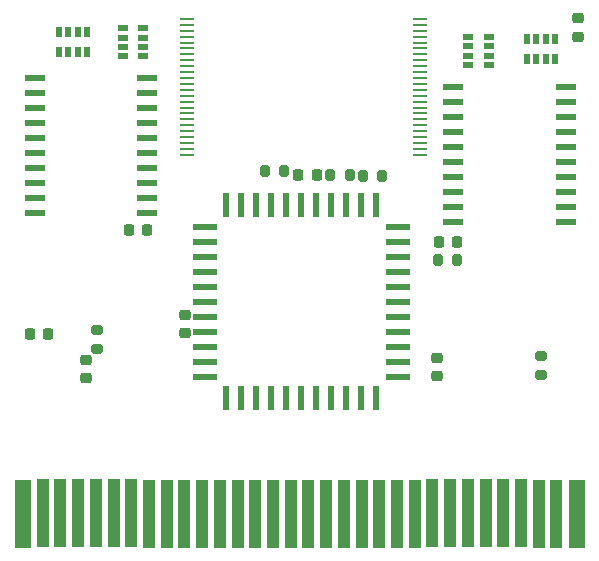
<source format=gbr>
%TF.GenerationSoftware,KiCad,Pcbnew,(6.0.2)*%
%TF.CreationDate,2022-08-24T14:22:50-05:00*%
%TF.ProjectId,CP RSF,43502052-5346-42e6-9b69-6361645f7063,rev?*%
%TF.SameCoordinates,Original*%
%TF.FileFunction,Paste,Top*%
%TF.FilePolarity,Positive*%
%FSLAX46Y46*%
G04 Gerber Fmt 4.6, Leading zero omitted, Abs format (unit mm)*
G04 Created by KiCad (PCBNEW (6.0.2)) date 2022-08-24 14:22:50*
%MOMM*%
%LPD*%
G01*
G04 APERTURE LIST*
G04 Aperture macros list*
%AMRoundRect*
0 Rectangle with rounded corners*
0 $1 Rounding radius*
0 $2 $3 $4 $5 $6 $7 $8 $9 X,Y pos of 4 corners*
0 Add a 4 corners polygon primitive as box body*
4,1,4,$2,$3,$4,$5,$6,$7,$8,$9,$2,$3,0*
0 Add four circle primitives for the rounded corners*
1,1,$1+$1,$2,$3*
1,1,$1+$1,$4,$5*
1,1,$1+$1,$6,$7*
1,1,$1+$1,$8,$9*
0 Add four rect primitives between the rounded corners*
20,1,$1+$1,$2,$3,$4,$5,0*
20,1,$1+$1,$4,$5,$6,$7,0*
20,1,$1+$1,$6,$7,$8,$9,0*
20,1,$1+$1,$8,$9,$2,$3,0*%
G04 Aperture macros list end*
%ADD10RoundRect,0.225000X-0.225000X-0.250000X0.225000X-0.250000X0.225000X0.250000X-0.225000X0.250000X0*%
%ADD11R,1.803400X0.533400*%
%ADD12R,0.939800X0.508000*%
%ADD13RoundRect,0.200000X0.200000X0.275000X-0.200000X0.275000X-0.200000X-0.275000X0.200000X-0.275000X0*%
%ADD14RoundRect,0.225000X-0.250000X0.225000X-0.250000X-0.225000X0.250000X-0.225000X0.250000X0.225000X0*%
%ADD15R,1.206500X0.279400*%
%ADD16RoundRect,0.225000X0.250000X-0.225000X0.250000X0.225000X-0.250000X0.225000X-0.250000X-0.225000X0*%
%ADD17R,0.584200X2.006600*%
%ADD18R,2.006600X0.584200*%
%ADD19RoundRect,0.225000X0.225000X0.250000X-0.225000X0.250000X-0.225000X-0.250000X0.225000X-0.250000X0*%
%ADD20RoundRect,0.200000X-0.275000X0.200000X-0.275000X-0.200000X0.275000X-0.200000X0.275000X0.200000X0*%
%ADD21R,0.508000X0.939800*%
%ADD22R,1.430000X5.760000*%
%ADD23R,1.030000X5.760000*%
G04 APERTURE END LIST*
D10*
%TO.C,C4*%
X140729000Y-94621000D03*
X142279000Y-94621000D03*
%TD*%
D11*
%TO.C,U2*%
X153823800Y-87158000D03*
X153823800Y-88428000D03*
X153823800Y-89698000D03*
X153823800Y-90968000D03*
X153823800Y-92238000D03*
X153823800Y-93508000D03*
X153823800Y-94778000D03*
X153823800Y-96048000D03*
X153823800Y-97318000D03*
X153823800Y-98588000D03*
X163374200Y-98588000D03*
X163374200Y-97318000D03*
X163374200Y-96048000D03*
X163374200Y-94778000D03*
X163374200Y-93508000D03*
X163374200Y-92238000D03*
X163374200Y-90968000D03*
X163374200Y-89698000D03*
X163374200Y-88428000D03*
X163374200Y-87158000D03*
%TD*%
D12*
%TO.C,RP1*%
X125842000Y-82216401D03*
X125842000Y-83016002D03*
X125842000Y-83816000D03*
X125842000Y-84603201D03*
X127569200Y-84603201D03*
X127569200Y-83816000D03*
X127569200Y-83016002D03*
X127569200Y-82216401D03*
%TD*%
D13*
%TO.C,R5*%
X145061000Y-94653000D03*
X143411000Y-94653000D03*
%TD*%
D14*
%TO.C,C6*%
X131098000Y-106511000D03*
X131098000Y-108061000D03*
%TD*%
D15*
%TO.C,U3*%
X131322150Y-81431001D03*
X131322150Y-81931000D03*
X131322150Y-82430999D03*
X131322150Y-82931001D03*
X131322150Y-83431000D03*
X131322150Y-83930999D03*
X131322150Y-84431000D03*
X131322150Y-84930999D03*
X131322150Y-85431001D03*
X131322150Y-85931000D03*
X131322150Y-86430999D03*
X131322150Y-86931000D03*
X131322150Y-87431000D03*
X131322150Y-87931001D03*
X131322150Y-88431000D03*
X131322150Y-88930999D03*
X131322150Y-89431001D03*
X131322150Y-89931000D03*
X131322150Y-90431001D03*
X131322150Y-90931000D03*
X131322150Y-91430999D03*
X131322150Y-91931001D03*
X131322150Y-92431000D03*
X131322150Y-92931001D03*
X151019850Y-92930999D03*
X151019850Y-92431000D03*
X151019850Y-91931001D03*
X151019850Y-91430999D03*
X151019850Y-90931000D03*
X151019850Y-90430999D03*
X151019850Y-89931000D03*
X151019850Y-89431001D03*
X151019850Y-88930999D03*
X151019850Y-88431000D03*
X151019850Y-87930998D03*
X151019850Y-87431000D03*
X151019850Y-86931000D03*
X151019850Y-86430999D03*
X151019850Y-85931000D03*
X151019850Y-85431001D03*
X151019850Y-84930999D03*
X151019850Y-84431000D03*
X151019850Y-83930999D03*
X151019850Y-83431000D03*
X151019850Y-82931001D03*
X151019850Y-82430999D03*
X151019850Y-81931000D03*
X151019850Y-81430999D03*
%TD*%
D16*
%TO.C,C1*%
X122754000Y-111841000D03*
X122754000Y-110291000D03*
%TD*%
D17*
%TO.C,U4*%
X140959000Y-113557800D03*
X142229000Y-113557800D03*
X143499000Y-113557800D03*
X144769000Y-113557800D03*
X146039000Y-113557800D03*
X147309000Y-113557800D03*
D18*
X149137800Y-111729000D03*
X149137800Y-110459000D03*
X149137800Y-109189000D03*
X149137800Y-107919000D03*
X149137800Y-106649000D03*
X149137800Y-105379000D03*
X149137800Y-104109000D03*
X149137800Y-102839000D03*
X149137800Y-101569000D03*
X149137800Y-100299000D03*
X149137800Y-99029000D03*
D17*
X147309000Y-97200200D03*
X146039000Y-97200200D03*
X144769000Y-97200200D03*
X143499000Y-97200200D03*
X142229000Y-97200200D03*
X140959000Y-97200200D03*
X139689000Y-97200200D03*
X138419000Y-97200200D03*
X137149000Y-97200200D03*
X135879000Y-97200200D03*
X134609000Y-97200200D03*
D18*
X132780200Y-99029000D03*
X132780200Y-100299000D03*
X132780200Y-101569000D03*
X132780200Y-102839000D03*
X132780200Y-104109000D03*
X132780200Y-105379000D03*
X132780200Y-106649000D03*
X132780200Y-107919000D03*
X132780200Y-109189000D03*
X132780200Y-110459000D03*
X132780200Y-111729000D03*
D17*
X134609000Y-113557800D03*
X135879000Y-113557800D03*
X137149000Y-113557800D03*
X138419000Y-113557800D03*
X139689000Y-113557800D03*
%TD*%
D13*
%TO.C,R3*%
X147840000Y-94693000D03*
X146190000Y-94693000D03*
%TD*%
D12*
%TO.C,RP4*%
X156838000Y-85351400D03*
X156838000Y-84551799D03*
X156838000Y-83751801D03*
X156838000Y-82964600D03*
X155110800Y-82964600D03*
X155110800Y-83751801D03*
X155110800Y-84551799D03*
X155110800Y-85351400D03*
%TD*%
D19*
%TO.C,C3*%
X154142000Y-100336000D03*
X152592000Y-100336000D03*
%TD*%
D10*
%TO.C,C5*%
X118016000Y-108068000D03*
X119566000Y-108068000D03*
%TD*%
D13*
%TO.C,R6*%
X154188000Y-101839000D03*
X152538000Y-101839000D03*
%TD*%
D20*
%TO.C,R1*%
X161272000Y-109950000D03*
X161272000Y-111600000D03*
%TD*%
D11*
%TO.C,U1*%
X127952200Y-97827000D03*
X127952200Y-96557000D03*
X127952200Y-95287000D03*
X127952200Y-94017000D03*
X127952200Y-92747000D03*
X127952200Y-91477000D03*
X127952200Y-90207000D03*
X127952200Y-88937000D03*
X127952200Y-87667000D03*
X127952200Y-86397000D03*
X118401800Y-86397000D03*
X118401800Y-87667000D03*
X118401800Y-88937000D03*
X118401800Y-90207000D03*
X118401800Y-91477000D03*
X118401800Y-92747000D03*
X118401800Y-94017000D03*
X118401800Y-95287000D03*
X118401800Y-96557000D03*
X118401800Y-97827000D03*
%TD*%
D16*
%TO.C,C9*%
X164396000Y-82939000D03*
X164396000Y-81389000D03*
%TD*%
D21*
%TO.C,RP2*%
X120434400Y-84228000D03*
X121234001Y-84228000D03*
X122033999Y-84228000D03*
X122821200Y-84228000D03*
X122821200Y-82500800D03*
X122033999Y-82500800D03*
X121234001Y-82500800D03*
X120434400Y-82500800D03*
%TD*%
D22*
%TO.C,J1*%
X117389000Y-123302000D03*
D23*
X119084000Y-123298000D03*
X120579000Y-123298000D03*
X122086000Y-123298000D03*
X123577000Y-123298000D03*
X125084000Y-123298000D03*
X126579000Y-123298000D03*
X128086000Y-123308000D03*
X129580000Y-123303000D03*
X131079000Y-123307000D03*
X132598000Y-123307000D03*
X134081000Y-123307000D03*
X135588000Y-123307000D03*
X137081000Y-123306000D03*
X138588000Y-123306000D03*
X140095000Y-123306000D03*
X141578000Y-123306000D03*
X143080000Y-123306000D03*
X144586000Y-123306000D03*
X146081000Y-123306000D03*
X147588000Y-123306000D03*
X149083000Y-123306000D03*
X150587000Y-123311000D03*
X152082000Y-123299000D03*
X153577000Y-123299000D03*
X155084000Y-123299000D03*
X156584000Y-123298000D03*
X158079000Y-123298000D03*
X159598000Y-123298000D03*
X161087000Y-123305000D03*
X162582000Y-123305000D03*
D22*
X164280000Y-123305000D03*
%TD*%
D21*
%TO.C,RP3*%
X160081000Y-84827000D03*
X160880601Y-84827000D03*
X161680599Y-84827000D03*
X162467800Y-84827000D03*
X162467800Y-83099800D03*
X161680599Y-83099800D03*
X160880601Y-83099800D03*
X160081000Y-83099800D03*
%TD*%
D20*
%TO.C,R2*%
X123711000Y-107745000D03*
X123711000Y-109395000D03*
%TD*%
D16*
%TO.C,C7*%
X152500000Y-111698000D03*
X152500000Y-110148000D03*
%TD*%
D13*
%TO.C,R4*%
X139538000Y-94283000D03*
X137888000Y-94283000D03*
%TD*%
D19*
%TO.C,C2*%
X127943000Y-99286000D03*
X126393000Y-99286000D03*
%TD*%
M02*

</source>
